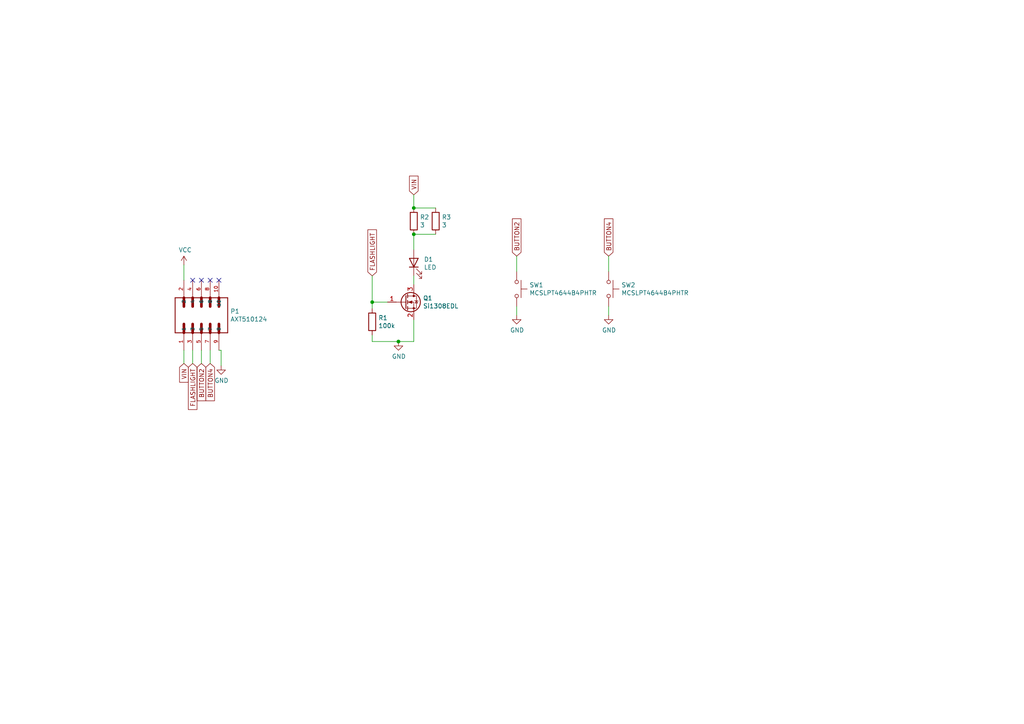
<source format=kicad_sch>
(kicad_sch (version 20200714) (host eeschema "(5.99.0-2309-gaf729d578)")
  (page 1 1)
  (paper "A4")
  (lib_symbols
    (symbol "AXT510124:AXT510124"
      (property "Reference" "P" (at -5.08 8.128 0))
      (property "Value" "AXT510124" (at -5.08 -10.16 0))
      (symbol "AXT510124_0_0"
        (polyline (pts (xy 5.08 7.62) (xy -5.08 7.62)) (stroke (width 0.254)))
        (polyline (pts (xy -5.08 5.08) (xy -2.54 5.08)) (stroke (width 0.762)))
        (polyline (pts (xy -5.08 2.54) (xy -2.54 2.54)) (stroke (width 0.762)))
        (polyline (pts (xy -5.08 0) (xy -2.54 0)) (stroke (width 0.762)))
        (polyline (pts (xy -5.08 -2.54) (xy -2.54 -2.54)) (stroke (width 0.762)))
        (polyline (pts (xy -5.08 -5.08) (xy -2.54 -5.08)) (stroke (width 0.762)))
        (polyline (pts (xy 2.54 5.08) (xy 5.08 5.08)) (stroke (width 0.762)))
        (polyline (pts (xy 2.54 2.54) (xy 5.08 2.54)) (stroke (width 0.762)))
        (polyline (pts (xy 2.54 0) (xy 5.08 0)) (stroke (width 0.762)))
        (polyline (pts (xy 2.54 -2.54) (xy 5.08 -2.54)) (stroke (width 0.762)))
        (polyline (pts (xy 2.54 -5.08) (xy 5.08 -5.08)) (stroke (width 0.762)))
        (polyline (pts (xy -5.08 7.62) (xy -5.08 -7.62)) (stroke (width 0.254)))
        (polyline (pts (xy -5.08 -7.62) (xy 5.08 -7.62)) (stroke (width 0.254)))
        (polyline (pts (xy 5.08 -7.62) (xy 5.08 7.62)) (stroke (width 0.254)))
        (pin passive line (at -10.16 5.08 0) (length 5.08) (name "1") (number "1"))
        (pin passive line (at 10.16 5.08 180) (length 5.08) (name "2") (number "2"))
        (pin passive line (at -10.16 2.54 0) (length 5.08) (name "3") (number "3"))
        (pin passive line (at 10.16 2.54 180) (length 5.08) (name "4") (number "4"))
        (pin passive line (at -10.16 0 0) (length 5.08) (name "5") (number "5"))
        (pin passive line (at 10.16 0 180) (length 5.08) (name "6") (number "6"))
        (pin passive line (at -10.16 -2.54 0) (length 5.08) (name "7") (number "7"))
        (pin passive line (at 10.16 -2.54 180) (length 5.08) (name "8") (number "8"))
        (pin passive line (at -10.16 -5.08 0) (length 5.08) (name "9") (number "9"))
        (pin passive line (at 10.16 -5.08 180) (length 5.08) (name "10") (number "10"))
      )
    )
    (symbol "Device:LED" (pin_numbers hide) (pin_names hide)
      (property "Reference" "D" (at 0 2.54 0))
      (property "Value" "LED" (at 0 -2.54 0))
      (symbol "LED_0_1"
        (polyline (pts (xy -1.27 -1.27) (xy -1.27 1.27)) (stroke (width 0.254)))
        (polyline (pts (xy -1.27 0) (xy 1.27 0)))
        (polyline (pts (xy 1.27 -1.27) (xy 1.27 1.27) (xy -1.27 0) (xy 1.27 -1.27)) (stroke (width 0.254)))
        (polyline (pts (xy -3.048 -0.762) (xy -4.572 -2.286) (xy -3.81 -2.286) (xy -4.572 -2.286) (xy -4.572 -1.524)))
        (polyline (pts (xy -1.778 -0.762) (xy -3.302 -2.286) (xy -2.54 -2.286) (xy -3.302 -2.286) (xy -3.302 -1.524)))
      )
      (symbol "LED_1_1"
        (pin passive line (at -3.81 0 0) (length 2.54) (name "K") (number "1"))
        (pin passive line (at 3.81 0 180) (length 2.54) (name "A") (number "2"))
      )
    )
    (symbol "Device:Q_NMOS_GSD" (pin_names (offset 0) hide)
      (property "Reference" "Q" (at 5.08 1.27 0))
      (property "Value" "Q_NMOS_GSD" (at 5.08 -1.27 0))
      (symbol "Q_NMOS_GSD_0_1"
        (circle (center 1.651 0) (radius 2.794) (stroke (width 0.254)))
        (circle (center 2.54 -1.778) (radius 0.254) (fill (type outline)))
        (circle (center 2.54 1.778) (radius 0.254) (fill (type outline)))
        (polyline (pts (xy 0.254 0) (xy -2.54 0)))
        (polyline (pts (xy 0.254 1.905) (xy 0.254 -1.905)) (stroke (width 0.254)))
        (polyline (pts (xy 0.762 -1.27) (xy 0.762 -2.286)) (stroke (width 0.254)))
        (polyline (pts (xy 0.762 0.508) (xy 0.762 -0.508)) (stroke (width 0.254)))
        (polyline (pts (xy 0.762 2.286) (xy 0.762 1.27)) (stroke (width 0.254)))
        (polyline (pts (xy 2.54 2.54) (xy 2.54 1.778)))
        (polyline (pts (xy 2.54 -2.54) (xy 2.54 0) (xy 0.762 0)))
        (polyline (pts (xy 0.762 -1.778) (xy 3.302 -1.778) (xy 3.302 1.778) (xy 0.762 1.778)))
        (polyline (pts (xy 1.016 0) (xy 2.032 0.381) (xy 2.032 -0.381) (xy 1.016 0)) (fill (type outline)))
        (polyline (pts (xy 2.794 0.508) (xy 2.921 0.381) (xy 3.683 0.381) (xy 3.81 0.254)))
        (polyline (pts (xy 3.302 0.381) (xy 2.921 -0.254) (xy 3.683 -0.254) (xy 3.302 0.381)))
      )
      (symbol "Q_NMOS_GSD_1_1"
        (pin input line (at -5.08 0 0) (length 2.54) (name "G") (number "1"))
        (pin passive line (at 2.54 -5.08 90) (length 2.54) (name "S") (number "2"))
        (pin passive line (at 2.54 5.08 270) (length 2.54) (name "D") (number "3"))
      )
    )
    (symbol "Device:R" (pin_numbers hide) (pin_names (offset 0))
      (property "Reference" "R" (at 2.032 0 90))
      (property "Value" "R" (at 0 0 90))
      (symbol "R_0_1"
        (rectangle (start -1.016 -2.54) (end 1.016 2.54) (stroke (width 0.254)))
      )
      (symbol "R_1_1"
        (pin passive line (at 0 3.81 270) (length 1.27) (name "~") (number "1"))
        (pin passive line (at 0 -3.81 90) (length 1.27) (name "~") (number "2"))
      )
    )
    (symbol "Switch:SW_Push" (pin_numbers hide) (pin_names hide)
      (property "Reference" "SW" (at 1.27 2.54 0))
      (property "Value" "SW_Push" (at 0 -1.524 0))
      (symbol "SW_Push_0_1"
        (circle (center -2.032 0) (radius 0.508))
        (circle (center 2.032 0) (radius 0.508))
        (polyline (pts (xy 0 1.27) (xy 0 3.048)))
        (polyline (pts (xy 2.54 1.27) (xy -2.54 1.27)))
        (pin passive line (at -5.08 0 0) (length 2.54) (name "1") (number "1"))
        (pin passive line (at 5.08 0 180) (length 2.54) (name "2") (number "2"))
      )
    )
    (symbol "power:GND" (power) (pin_names (offset 0))
      (property "Value" "GND" (at 0 -3.81 0))
      (symbol "GND_0_1"
        (polyline (pts (xy 0 0) (xy 0 -1.27) (xy 1.27 -1.27) (xy 0 -2.54) (xy -1.27 -1.27) (xy 0 -1.27)))
      )
      (symbol "GND_1_1"
        (pin power_in line (at 0 0 270) (length 0) hide (name "GND") (number "1"))
      )
    )
    (symbol "power:VCC" (power) (pin_names (offset 0))
      (property "Value" "VCC" (at 0 3.81 0))
      (symbol "VCC_0_1"
        (polyline (pts (xy -0.762 1.27) (xy 0 2.54)))
        (polyline (pts (xy 0 0) (xy 0 2.54)))
        (polyline (pts (xy 0 2.54) (xy 0.762 1.27)))
      )
      (symbol "VCC_1_1"
        (pin power_in line (at 0 0 90) (length 0) hide (name "VCC") (number "1"))
      )
    )
  )
  (junction (at 107.95 87.63))
  (junction (at 115.57 99.06))
  (junction (at 120.015 60.325))
  (junction (at 120.015 67.945))
  (no_connect (at 60.96 81.28))
  (no_connect (at 58.42 81.28))
  (no_connect (at 55.88 81.28))
  (no_connect (at 63.5 81.28))
  (wire (pts (xy 53.34 76.835) (xy 53.34 81.28)))
  (wire (pts (xy 53.34 101.6) (xy 53.34 105.41)))
  (wire (pts (xy 55.88 101.6) (xy 55.88 105.41)))
  (wire (pts (xy 58.42 101.6) (xy 58.42 105.41)))
  (wire (pts (xy 60.96 101.6) (xy 60.96 105.41)))
  (wire (pts (xy 64.135 101.6) (xy 63.5 101.6)))
  (wire (pts (xy 64.135 106.045) (xy 64.135 101.6)))
  (wire (pts (xy 107.95 80.01) (xy 107.95 87.63)))
  (wire (pts (xy 107.95 87.63) (xy 107.95 89.535)))
  (wire (pts (xy 107.95 87.63) (xy 112.395 87.63)))
  (wire (pts (xy 107.95 97.155) (xy 107.95 99.06)))
  (wire (pts (xy 115.57 99.06) (xy 107.95 99.06)))
  (wire (pts (xy 120.015 56.515) (xy 120.015 60.325)))
  (wire (pts (xy 120.015 60.325) (xy 126.365 60.325)))
  (wire (pts (xy 120.015 67.945) (xy 120.015 72.39)))
  (wire (pts (xy 120.015 67.945) (xy 126.365 67.945)))
  (wire (pts (xy 120.015 80.01) (xy 120.015 82.55)))
  (wire (pts (xy 120.015 92.71) (xy 120.015 99.06)))
  (wire (pts (xy 120.015 99.06) (xy 115.57 99.06)))
  (wire (pts (xy 149.86 74.295) (xy 149.86 78.74)))
  (wire (pts (xy 149.86 88.9) (xy 149.86 91.44)))
  (wire (pts (xy 176.53 74.295) (xy 176.53 78.74)))
  (wire (pts (xy 176.53 88.9) (xy 176.53 91.44)))
  (global_label "VIN" (shape input) (at 53.34 105.41 270))
  (global_label "FLASHLIGHT" (shape input) (at 55.88 105.41 270))
  (global_label "BUTTON2" (shape input) (at 58.42 105.41 270))
  (global_label "BUTTON4" (shape input) (at 60.96 105.41 270))
  (global_label "FLASHLIGHT" (shape input) (at 107.95 80.01 90))
  (global_label "VIN" (shape input) (at 120.015 56.515 90))
  (global_label "BUTTON2" (shape input) (at 149.86 74.295 90))
  (global_label "BUTTON4" (shape input) (at 176.53 74.295 90))
  (symbol (lib_id "power:VCC") (at 53.34 76.835 0) (unit 1)
    (property "Reference" "#PWR0102" (effects hide))
    (property "Value" "VCC" (at 53.7083 72.5106 0))
  )
  (symbol (lib_id "power:GND") (at 64.135 106.045 0) (unit 1)
    (property "Reference" "#PWR0101" (effects hide))
    (property "Value" "GND" (at 64.2493 110.3694 0))
  )
  (symbol (lib_id "power:GND") (at 115.57 99.06 0) (unit 1)
    (property "Reference" "#PWR0103" (effects hide))
    (property "Value" "GND" (at 115.6843 103.3844 0))
  )
  (symbol (lib_id "power:GND") (at 149.86 91.44 0) (unit 1)
    (property "Reference" "#PWR0105" (effects hide))
    (property "Value" "GND" (at 149.9743 95.7644 0))
  )
  (symbol (lib_id "power:GND") (at 176.53 91.44 0) (unit 1)
    (property "Reference" "#PWR0104" (effects hide))
    (property "Value" "GND" (at 176.6443 95.7644 0))
  )
  (symbol (lib_id "Device:R") (at 107.95 93.345 0) (unit 1)
    (property "Reference" "R1" (at 109.7281 92.1956 0) (effects (justify left)))
    (property "Value" "100k" (at 109.728 94.494 0) (effects (justify left)))
    (property "Footprint" "Resistor_SMD:R_0603_1608Metric_Pad1.05x0.95mm_HandSolder" (effects hide))
  )
  (symbol (lib_id "Device:R") (at 120.015 64.135 0) (unit 1)
    (property "Reference" "R2" (at 121.7931 62.9856 0) (effects (justify left)))
    (property "Value" "3" (at 121.793 65.284 0) (effects (justify left)))
    (property "Footprint" "Resistor_SMD:R_2512_6332Metric" (effects hide))
  )
  (symbol (lib_id "Device:R") (at 126.365 64.135 0) (unit 1)
    (property "Reference" "R3" (at 128.1431 62.9856 0) (effects (justify left)))
    (property "Value" "3" (at 128.143 65.284 0) (effects (justify left)))
    (property "Footprint" "Resistor_SMD:R_0603_1608Metric" (effects hide))
  )
  (symbol (lib_id "Device:LED") (at 120.015 76.2 90) (unit 1)
    (property "Reference" "D1" (at 122.9361 75.2411 90) (effects (justify right)))
    (property "Value" "LED" (at 122.9361 77.5398 90) (effects (justify right)))
    (property "Footprint" "xm-l2:XM-L2" (effects hide))
  )
  (symbol (lib_id "Switch:SW_Push") (at 149.86 83.82 270) (unit 1)
    (property "Reference" "SW1" (at 153.5431 82.6706 90) (effects (justify left)))
    (property "Value" "MCSLPT4644B4PHTR" (at 153.543 84.969 90) (effects (justify left)))
    (property "Footprint" "libs:MCSLPT4644PH" (effects hide))
  )
  (symbol (lib_id "Switch:SW_Push") (at 176.53 83.82 270) (unit 1)
    (property "Reference" "SW2" (at 180.2131 82.6706 90) (effects (justify left)))
    (property "Value" "MCSLPT4644B4PHTR" (at 180.213 84.969 90) (effects (justify left)))
    (property "Footprint" "libs:MCSLPT4644PH" (effects hide))
  )
  (symbol (lib_id "Device:Q_NMOS_GSD") (at 117.475 87.63 0) (unit 1)
    (property "Reference" "Q1" (at 122.6821 86.4806 0) (effects (justify left)))
    (property "Value" "Si1308EDL" (at 122.682 88.779 0) (effects (justify left)))
    (property "Footprint" "Package_TO_SOT_SMD:SOT-323_SC-70_Handsoldering" (effects hide))
  )
  (symbol (lib_id "AXT510124:AXT510124") (at 58.42 91.44 90) (unit 1)
    (property "Reference" "P1" (at 66.8021 90.2906 90) (effects (justify right)))
    (property "Value" "AXT510124" (at 66.8021 92.5893 90) (effects (justify right)))
    (property "Footprint" "libs:PANASONIC_AXT510124" (effects hide))
    (property "Datasheet" "Panasonic" (effects hide))
  )
)
</source>
